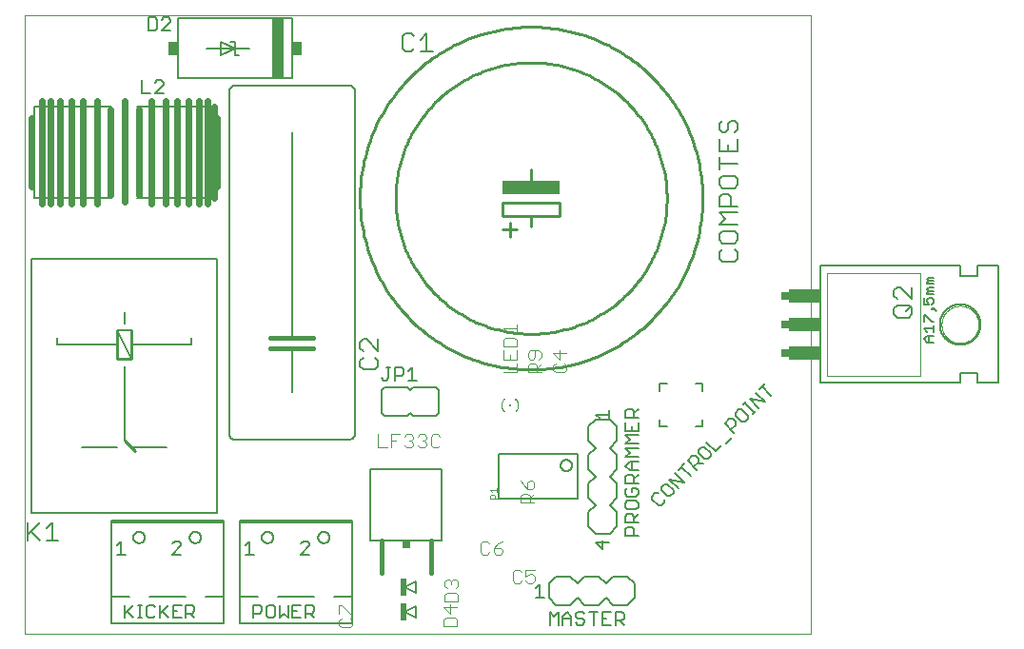
<source format=gto>
G75*
%MOIN*%
%OFA0B0*%
%FSLAX25Y25*%
%IPPOS*%
%LPD*%
%AMOC8*
5,1,8,0,0,1.08239X$1,22.5*
%
%ADD10C,0.00000*%
%ADD11C,0.00600*%
%ADD12C,0.01000*%
%ADD13C,0.00700*%
%ADD14C,0.00400*%
%ADD15C,0.02400*%
%ADD16C,0.00500*%
%ADD17R,0.03500X0.05000*%
%ADD18R,0.04000X0.21000*%
%ADD19C,0.00200*%
%ADD20R,0.02500X0.03000*%
%ADD21R,0.11000X0.05000*%
%ADD22R,0.20000X0.05000*%
%ADD23C,0.01600*%
%ADD24R,0.00787X0.00787*%
%ADD25R,0.00984X0.00591*%
%ADD26R,0.02500X0.02500*%
%ADD27C,0.00800*%
%ADD28R,0.02400X0.06200*%
D10*
X0002474Y0011800D02*
X0002474Y0228335D01*
X0278065Y0228335D01*
X0278065Y0011800D01*
X0002474Y0011800D01*
X0323724Y0120068D02*
X0323726Y0120229D01*
X0323732Y0120389D01*
X0323742Y0120550D01*
X0323756Y0120710D01*
X0323774Y0120870D01*
X0323795Y0121029D01*
X0323821Y0121188D01*
X0323851Y0121346D01*
X0323884Y0121503D01*
X0323922Y0121660D01*
X0323963Y0121815D01*
X0324008Y0121969D01*
X0324057Y0122122D01*
X0324110Y0122274D01*
X0324166Y0122425D01*
X0324227Y0122574D01*
X0324290Y0122722D01*
X0324358Y0122868D01*
X0324429Y0123012D01*
X0324503Y0123154D01*
X0324581Y0123295D01*
X0324663Y0123433D01*
X0324748Y0123570D01*
X0324836Y0123704D01*
X0324928Y0123836D01*
X0325023Y0123966D01*
X0325121Y0124094D01*
X0325222Y0124219D01*
X0325326Y0124341D01*
X0325433Y0124461D01*
X0325543Y0124578D01*
X0325656Y0124693D01*
X0325772Y0124804D01*
X0325891Y0124913D01*
X0326012Y0125018D01*
X0326136Y0125121D01*
X0326262Y0125221D01*
X0326390Y0125317D01*
X0326521Y0125410D01*
X0326655Y0125500D01*
X0326790Y0125587D01*
X0326928Y0125670D01*
X0327067Y0125750D01*
X0327209Y0125826D01*
X0327352Y0125899D01*
X0327497Y0125968D01*
X0327644Y0126034D01*
X0327792Y0126096D01*
X0327942Y0126154D01*
X0328093Y0126209D01*
X0328246Y0126260D01*
X0328400Y0126307D01*
X0328555Y0126350D01*
X0328711Y0126389D01*
X0328867Y0126425D01*
X0329025Y0126456D01*
X0329183Y0126484D01*
X0329342Y0126508D01*
X0329502Y0126528D01*
X0329662Y0126544D01*
X0329822Y0126556D01*
X0329983Y0126564D01*
X0330144Y0126568D01*
X0330304Y0126568D01*
X0330465Y0126564D01*
X0330626Y0126556D01*
X0330786Y0126544D01*
X0330946Y0126528D01*
X0331106Y0126508D01*
X0331265Y0126484D01*
X0331423Y0126456D01*
X0331581Y0126425D01*
X0331737Y0126389D01*
X0331893Y0126350D01*
X0332048Y0126307D01*
X0332202Y0126260D01*
X0332355Y0126209D01*
X0332506Y0126154D01*
X0332656Y0126096D01*
X0332804Y0126034D01*
X0332951Y0125968D01*
X0333096Y0125899D01*
X0333239Y0125826D01*
X0333381Y0125750D01*
X0333520Y0125670D01*
X0333658Y0125587D01*
X0333793Y0125500D01*
X0333927Y0125410D01*
X0334058Y0125317D01*
X0334186Y0125221D01*
X0334312Y0125121D01*
X0334436Y0125018D01*
X0334557Y0124913D01*
X0334676Y0124804D01*
X0334792Y0124693D01*
X0334905Y0124578D01*
X0335015Y0124461D01*
X0335122Y0124341D01*
X0335226Y0124219D01*
X0335327Y0124094D01*
X0335425Y0123966D01*
X0335520Y0123836D01*
X0335612Y0123704D01*
X0335700Y0123570D01*
X0335785Y0123433D01*
X0335867Y0123295D01*
X0335945Y0123154D01*
X0336019Y0123012D01*
X0336090Y0122868D01*
X0336158Y0122722D01*
X0336221Y0122574D01*
X0336282Y0122425D01*
X0336338Y0122274D01*
X0336391Y0122122D01*
X0336440Y0121969D01*
X0336485Y0121815D01*
X0336526Y0121660D01*
X0336564Y0121503D01*
X0336597Y0121346D01*
X0336627Y0121188D01*
X0336653Y0121029D01*
X0336674Y0120870D01*
X0336692Y0120710D01*
X0336706Y0120550D01*
X0336716Y0120389D01*
X0336722Y0120229D01*
X0336724Y0120068D01*
X0336722Y0119907D01*
X0336716Y0119747D01*
X0336706Y0119586D01*
X0336692Y0119426D01*
X0336674Y0119266D01*
X0336653Y0119107D01*
X0336627Y0118948D01*
X0336597Y0118790D01*
X0336564Y0118633D01*
X0336526Y0118476D01*
X0336485Y0118321D01*
X0336440Y0118167D01*
X0336391Y0118014D01*
X0336338Y0117862D01*
X0336282Y0117711D01*
X0336221Y0117562D01*
X0336158Y0117414D01*
X0336090Y0117268D01*
X0336019Y0117124D01*
X0335945Y0116982D01*
X0335867Y0116841D01*
X0335785Y0116703D01*
X0335700Y0116566D01*
X0335612Y0116432D01*
X0335520Y0116300D01*
X0335425Y0116170D01*
X0335327Y0116042D01*
X0335226Y0115917D01*
X0335122Y0115795D01*
X0335015Y0115675D01*
X0334905Y0115558D01*
X0334792Y0115443D01*
X0334676Y0115332D01*
X0334557Y0115223D01*
X0334436Y0115118D01*
X0334312Y0115015D01*
X0334186Y0114915D01*
X0334058Y0114819D01*
X0333927Y0114726D01*
X0333793Y0114636D01*
X0333658Y0114549D01*
X0333520Y0114466D01*
X0333381Y0114386D01*
X0333239Y0114310D01*
X0333096Y0114237D01*
X0332951Y0114168D01*
X0332804Y0114102D01*
X0332656Y0114040D01*
X0332506Y0113982D01*
X0332355Y0113927D01*
X0332202Y0113876D01*
X0332048Y0113829D01*
X0331893Y0113786D01*
X0331737Y0113747D01*
X0331581Y0113711D01*
X0331423Y0113680D01*
X0331265Y0113652D01*
X0331106Y0113628D01*
X0330946Y0113608D01*
X0330786Y0113592D01*
X0330626Y0113580D01*
X0330465Y0113572D01*
X0330304Y0113568D01*
X0330144Y0113568D01*
X0329983Y0113572D01*
X0329822Y0113580D01*
X0329662Y0113592D01*
X0329502Y0113608D01*
X0329342Y0113628D01*
X0329183Y0113652D01*
X0329025Y0113680D01*
X0328867Y0113711D01*
X0328711Y0113747D01*
X0328555Y0113786D01*
X0328400Y0113829D01*
X0328246Y0113876D01*
X0328093Y0113927D01*
X0327942Y0113982D01*
X0327792Y0114040D01*
X0327644Y0114102D01*
X0327497Y0114168D01*
X0327352Y0114237D01*
X0327209Y0114310D01*
X0327067Y0114386D01*
X0326928Y0114466D01*
X0326790Y0114549D01*
X0326655Y0114636D01*
X0326521Y0114726D01*
X0326390Y0114819D01*
X0326262Y0114915D01*
X0326136Y0115015D01*
X0326012Y0115118D01*
X0325891Y0115223D01*
X0325772Y0115332D01*
X0325656Y0115443D01*
X0325543Y0115558D01*
X0325433Y0115675D01*
X0325326Y0115795D01*
X0325222Y0115917D01*
X0325121Y0116042D01*
X0325023Y0116170D01*
X0324928Y0116300D01*
X0324836Y0116432D01*
X0324748Y0116566D01*
X0324663Y0116703D01*
X0324581Y0116841D01*
X0324503Y0116982D01*
X0324429Y0117124D01*
X0324358Y0117268D01*
X0324290Y0117414D01*
X0324227Y0117562D01*
X0324166Y0117711D01*
X0324110Y0117862D01*
X0324057Y0118014D01*
X0324008Y0118167D01*
X0323963Y0118321D01*
X0323922Y0118476D01*
X0323884Y0118633D01*
X0323851Y0118790D01*
X0323821Y0118948D01*
X0323795Y0119107D01*
X0323774Y0119266D01*
X0323756Y0119426D01*
X0323742Y0119586D01*
X0323732Y0119747D01*
X0323726Y0119907D01*
X0323724Y0120068D01*
D11*
X0252174Y0143168D02*
X0251107Y0142100D01*
X0246836Y0142100D01*
X0245769Y0143168D01*
X0245769Y0145303D01*
X0246836Y0146370D01*
X0246836Y0148545D02*
X0251107Y0148545D01*
X0252174Y0149613D01*
X0252174Y0151748D01*
X0251107Y0152816D01*
X0246836Y0152816D01*
X0245769Y0151748D01*
X0245769Y0149613D01*
X0246836Y0148545D01*
X0251107Y0146370D02*
X0252174Y0145303D01*
X0252174Y0143168D01*
X0252174Y0154991D02*
X0245769Y0154991D01*
X0247904Y0157126D01*
X0245769Y0159261D01*
X0252174Y0159261D01*
X0252174Y0161436D02*
X0245769Y0161436D01*
X0245769Y0164639D01*
X0246836Y0165707D01*
X0248972Y0165707D01*
X0250039Y0164639D01*
X0250039Y0161436D01*
X0251107Y0167882D02*
X0246836Y0167882D01*
X0245769Y0168950D01*
X0245769Y0171085D01*
X0246836Y0172152D01*
X0251107Y0172152D01*
X0252174Y0171085D01*
X0252174Y0168950D01*
X0251107Y0167882D01*
X0245769Y0174327D02*
X0245769Y0178598D01*
X0245769Y0176463D02*
X0252174Y0176463D01*
X0252174Y0180773D02*
X0245769Y0180773D01*
X0245769Y0185043D01*
X0246836Y0187218D02*
X0247904Y0187218D01*
X0248972Y0188286D01*
X0248972Y0190421D01*
X0250039Y0191489D01*
X0251107Y0191489D01*
X0252174Y0190421D01*
X0252174Y0188286D01*
X0251107Y0187218D01*
X0252174Y0185043D02*
X0252174Y0180773D01*
X0248972Y0180773D02*
X0248972Y0182908D01*
X0246836Y0187218D02*
X0245769Y0188286D01*
X0245769Y0190421D01*
X0246836Y0191489D01*
X0118224Y0201800D02*
X0118224Y0081800D01*
X0118222Y0081713D01*
X0118216Y0081626D01*
X0118207Y0081539D01*
X0118194Y0081453D01*
X0118177Y0081367D01*
X0118156Y0081282D01*
X0118131Y0081199D01*
X0118103Y0081116D01*
X0118072Y0081035D01*
X0118037Y0080955D01*
X0117998Y0080877D01*
X0117956Y0080800D01*
X0117911Y0080725D01*
X0117862Y0080653D01*
X0117811Y0080582D01*
X0117756Y0080514D01*
X0117699Y0080449D01*
X0117638Y0080386D01*
X0117575Y0080325D01*
X0117510Y0080268D01*
X0117442Y0080213D01*
X0117371Y0080162D01*
X0117299Y0080113D01*
X0117224Y0080068D01*
X0117147Y0080026D01*
X0117069Y0079987D01*
X0116989Y0079952D01*
X0116908Y0079921D01*
X0116825Y0079893D01*
X0116742Y0079868D01*
X0116657Y0079847D01*
X0116571Y0079830D01*
X0116485Y0079817D01*
X0116398Y0079808D01*
X0116311Y0079802D01*
X0116224Y0079800D01*
X0076224Y0079800D01*
X0076137Y0079802D01*
X0076050Y0079808D01*
X0075963Y0079817D01*
X0075877Y0079830D01*
X0075791Y0079847D01*
X0075706Y0079868D01*
X0075623Y0079893D01*
X0075540Y0079921D01*
X0075459Y0079952D01*
X0075379Y0079987D01*
X0075301Y0080026D01*
X0075224Y0080068D01*
X0075149Y0080113D01*
X0075077Y0080162D01*
X0075006Y0080213D01*
X0074938Y0080268D01*
X0074873Y0080325D01*
X0074810Y0080386D01*
X0074749Y0080449D01*
X0074692Y0080514D01*
X0074637Y0080582D01*
X0074586Y0080653D01*
X0074537Y0080725D01*
X0074492Y0080800D01*
X0074450Y0080877D01*
X0074411Y0080955D01*
X0074376Y0081035D01*
X0074345Y0081116D01*
X0074317Y0081199D01*
X0074292Y0081282D01*
X0074271Y0081367D01*
X0074254Y0081453D01*
X0074241Y0081539D01*
X0074232Y0081626D01*
X0074226Y0081713D01*
X0074224Y0081800D01*
X0074224Y0201800D01*
X0074226Y0201887D01*
X0074232Y0201974D01*
X0074241Y0202061D01*
X0074254Y0202147D01*
X0074271Y0202233D01*
X0074292Y0202318D01*
X0074317Y0202401D01*
X0074345Y0202484D01*
X0074376Y0202565D01*
X0074411Y0202645D01*
X0074450Y0202723D01*
X0074492Y0202800D01*
X0074537Y0202875D01*
X0074586Y0202947D01*
X0074637Y0203018D01*
X0074692Y0203086D01*
X0074749Y0203151D01*
X0074810Y0203214D01*
X0074873Y0203275D01*
X0074938Y0203332D01*
X0075006Y0203387D01*
X0075077Y0203438D01*
X0075149Y0203487D01*
X0075224Y0203532D01*
X0075301Y0203574D01*
X0075379Y0203613D01*
X0075459Y0203648D01*
X0075540Y0203679D01*
X0075623Y0203707D01*
X0075706Y0203732D01*
X0075791Y0203753D01*
X0075877Y0203770D01*
X0075963Y0203783D01*
X0076050Y0203792D01*
X0076137Y0203798D01*
X0076224Y0203800D01*
X0116224Y0203800D01*
X0116311Y0203798D01*
X0116398Y0203792D01*
X0116485Y0203783D01*
X0116571Y0203770D01*
X0116657Y0203753D01*
X0116742Y0203732D01*
X0116825Y0203707D01*
X0116908Y0203679D01*
X0116989Y0203648D01*
X0117069Y0203613D01*
X0117147Y0203574D01*
X0117224Y0203532D01*
X0117299Y0203487D01*
X0117371Y0203438D01*
X0117442Y0203387D01*
X0117510Y0203332D01*
X0117575Y0203275D01*
X0117638Y0203214D01*
X0117699Y0203151D01*
X0117756Y0203086D01*
X0117811Y0203018D01*
X0117862Y0202947D01*
X0117911Y0202875D01*
X0117956Y0202800D01*
X0117998Y0202723D01*
X0118037Y0202645D01*
X0118072Y0202565D01*
X0118103Y0202484D01*
X0118131Y0202401D01*
X0118156Y0202318D01*
X0118177Y0202233D01*
X0118194Y0202147D01*
X0118207Y0202061D01*
X0118216Y0201974D01*
X0118222Y0201887D01*
X0118224Y0201800D01*
X0096224Y0206300D02*
X0056224Y0206300D01*
X0056224Y0227300D01*
X0096224Y0227300D01*
X0096224Y0206300D01*
X0081224Y0216800D02*
X0076224Y0216800D01*
X0076224Y0214500D01*
X0077724Y0214500D01*
X0076224Y0216800D02*
X0076224Y0219100D01*
X0074724Y0219100D01*
X0076224Y0216800D02*
X0066224Y0216800D01*
X0071224Y0214500D02*
X0071224Y0219100D01*
X0076224Y0216800D01*
X0071224Y0214500D01*
X0068974Y0196550D02*
X0041974Y0196550D01*
X0032974Y0196550D02*
X0005974Y0196550D01*
X0005974Y0164550D01*
X0032974Y0164550D01*
X0041974Y0164550D02*
X0068974Y0164550D01*
X0069974Y0143050D02*
X0004974Y0143050D01*
X0004974Y0054050D01*
X0069974Y0054050D01*
X0069974Y0143050D01*
X0037474Y0124550D02*
X0037474Y0120550D01*
X0034974Y0118050D02*
X0039974Y0108050D01*
X0037474Y0105550D02*
X0037474Y0079550D01*
X0034974Y0077050D02*
X0022674Y0077050D01*
X0039974Y0077050D02*
X0052174Y0077050D01*
X0032833Y0051501D02*
X0032833Y0050702D01*
X0072132Y0050702D01*
X0072132Y0024702D01*
X0072132Y0015300D01*
X0032833Y0015300D01*
X0032833Y0024702D01*
X0032833Y0050702D01*
X0032833Y0051501D02*
X0072132Y0051501D01*
X0072132Y0050702D01*
X0077833Y0050702D02*
X0077833Y0051501D01*
X0117132Y0051501D01*
X0117132Y0050702D01*
X0117132Y0024702D01*
X0117132Y0015300D01*
X0077833Y0015300D01*
X0077833Y0024702D01*
X0077833Y0050702D01*
X0117132Y0050702D01*
X0105332Y0045500D02*
X0105334Y0045589D01*
X0105340Y0045678D01*
X0105350Y0045767D01*
X0105364Y0045855D01*
X0105381Y0045942D01*
X0105403Y0046028D01*
X0105429Y0046114D01*
X0105458Y0046198D01*
X0105491Y0046281D01*
X0105527Y0046362D01*
X0105568Y0046442D01*
X0105611Y0046519D01*
X0105658Y0046595D01*
X0105709Y0046668D01*
X0105762Y0046739D01*
X0105819Y0046808D01*
X0105879Y0046874D01*
X0105942Y0046938D01*
X0106007Y0046998D01*
X0106075Y0047056D01*
X0106146Y0047110D01*
X0106219Y0047161D01*
X0106294Y0047209D01*
X0106371Y0047254D01*
X0106450Y0047295D01*
X0106531Y0047332D01*
X0106613Y0047366D01*
X0106697Y0047397D01*
X0106782Y0047423D01*
X0106868Y0047446D01*
X0106955Y0047464D01*
X0107043Y0047479D01*
X0107132Y0047490D01*
X0107221Y0047497D01*
X0107310Y0047500D01*
X0107399Y0047499D01*
X0107488Y0047494D01*
X0107576Y0047485D01*
X0107665Y0047472D01*
X0107752Y0047455D01*
X0107839Y0047435D01*
X0107925Y0047410D01*
X0108009Y0047382D01*
X0108092Y0047350D01*
X0108174Y0047314D01*
X0108254Y0047275D01*
X0108332Y0047232D01*
X0108408Y0047186D01*
X0108482Y0047136D01*
X0108554Y0047083D01*
X0108623Y0047027D01*
X0108690Y0046968D01*
X0108754Y0046906D01*
X0108815Y0046842D01*
X0108874Y0046774D01*
X0108929Y0046704D01*
X0108981Y0046632D01*
X0109030Y0046557D01*
X0109075Y0046481D01*
X0109117Y0046402D01*
X0109155Y0046322D01*
X0109190Y0046240D01*
X0109221Y0046156D01*
X0109249Y0046071D01*
X0109272Y0045985D01*
X0109292Y0045898D01*
X0109308Y0045811D01*
X0109320Y0045722D01*
X0109328Y0045634D01*
X0109332Y0045545D01*
X0109332Y0045455D01*
X0109328Y0045366D01*
X0109320Y0045278D01*
X0109308Y0045189D01*
X0109292Y0045102D01*
X0109272Y0045015D01*
X0109249Y0044929D01*
X0109221Y0044844D01*
X0109190Y0044760D01*
X0109155Y0044678D01*
X0109117Y0044598D01*
X0109075Y0044519D01*
X0109030Y0044443D01*
X0108981Y0044368D01*
X0108929Y0044296D01*
X0108874Y0044226D01*
X0108815Y0044158D01*
X0108754Y0044094D01*
X0108690Y0044032D01*
X0108623Y0043973D01*
X0108554Y0043917D01*
X0108482Y0043864D01*
X0108408Y0043814D01*
X0108332Y0043768D01*
X0108254Y0043725D01*
X0108174Y0043686D01*
X0108092Y0043650D01*
X0108009Y0043618D01*
X0107925Y0043590D01*
X0107839Y0043565D01*
X0107752Y0043545D01*
X0107665Y0043528D01*
X0107576Y0043515D01*
X0107488Y0043506D01*
X0107399Y0043501D01*
X0107310Y0043500D01*
X0107221Y0043503D01*
X0107132Y0043510D01*
X0107043Y0043521D01*
X0106955Y0043536D01*
X0106868Y0043554D01*
X0106782Y0043577D01*
X0106697Y0043603D01*
X0106613Y0043634D01*
X0106531Y0043668D01*
X0106450Y0043705D01*
X0106371Y0043746D01*
X0106294Y0043791D01*
X0106219Y0043839D01*
X0106146Y0043890D01*
X0106075Y0043944D01*
X0106007Y0044002D01*
X0105942Y0044062D01*
X0105879Y0044126D01*
X0105819Y0044192D01*
X0105762Y0044261D01*
X0105709Y0044332D01*
X0105658Y0044405D01*
X0105611Y0044481D01*
X0105568Y0044558D01*
X0105527Y0044638D01*
X0105491Y0044719D01*
X0105458Y0044802D01*
X0105429Y0044886D01*
X0105403Y0044972D01*
X0105381Y0045058D01*
X0105364Y0045145D01*
X0105350Y0045233D01*
X0105340Y0045322D01*
X0105334Y0045411D01*
X0105332Y0045500D01*
X0085632Y0045500D02*
X0085634Y0045589D01*
X0085640Y0045678D01*
X0085650Y0045767D01*
X0085664Y0045855D01*
X0085681Y0045942D01*
X0085703Y0046028D01*
X0085729Y0046114D01*
X0085758Y0046198D01*
X0085791Y0046281D01*
X0085827Y0046362D01*
X0085868Y0046442D01*
X0085911Y0046519D01*
X0085958Y0046595D01*
X0086009Y0046668D01*
X0086062Y0046739D01*
X0086119Y0046808D01*
X0086179Y0046874D01*
X0086242Y0046938D01*
X0086307Y0046998D01*
X0086375Y0047056D01*
X0086446Y0047110D01*
X0086519Y0047161D01*
X0086594Y0047209D01*
X0086671Y0047254D01*
X0086750Y0047295D01*
X0086831Y0047332D01*
X0086913Y0047366D01*
X0086997Y0047397D01*
X0087082Y0047423D01*
X0087168Y0047446D01*
X0087255Y0047464D01*
X0087343Y0047479D01*
X0087432Y0047490D01*
X0087521Y0047497D01*
X0087610Y0047500D01*
X0087699Y0047499D01*
X0087788Y0047494D01*
X0087876Y0047485D01*
X0087965Y0047472D01*
X0088052Y0047455D01*
X0088139Y0047435D01*
X0088225Y0047410D01*
X0088309Y0047382D01*
X0088392Y0047350D01*
X0088474Y0047314D01*
X0088554Y0047275D01*
X0088632Y0047232D01*
X0088708Y0047186D01*
X0088782Y0047136D01*
X0088854Y0047083D01*
X0088923Y0047027D01*
X0088990Y0046968D01*
X0089054Y0046906D01*
X0089115Y0046842D01*
X0089174Y0046774D01*
X0089229Y0046704D01*
X0089281Y0046632D01*
X0089330Y0046557D01*
X0089375Y0046481D01*
X0089417Y0046402D01*
X0089455Y0046322D01*
X0089490Y0046240D01*
X0089521Y0046156D01*
X0089549Y0046071D01*
X0089572Y0045985D01*
X0089592Y0045898D01*
X0089608Y0045811D01*
X0089620Y0045722D01*
X0089628Y0045634D01*
X0089632Y0045545D01*
X0089632Y0045455D01*
X0089628Y0045366D01*
X0089620Y0045278D01*
X0089608Y0045189D01*
X0089592Y0045102D01*
X0089572Y0045015D01*
X0089549Y0044929D01*
X0089521Y0044844D01*
X0089490Y0044760D01*
X0089455Y0044678D01*
X0089417Y0044598D01*
X0089375Y0044519D01*
X0089330Y0044443D01*
X0089281Y0044368D01*
X0089229Y0044296D01*
X0089174Y0044226D01*
X0089115Y0044158D01*
X0089054Y0044094D01*
X0088990Y0044032D01*
X0088923Y0043973D01*
X0088854Y0043917D01*
X0088782Y0043864D01*
X0088708Y0043814D01*
X0088632Y0043768D01*
X0088554Y0043725D01*
X0088474Y0043686D01*
X0088392Y0043650D01*
X0088309Y0043618D01*
X0088225Y0043590D01*
X0088139Y0043565D01*
X0088052Y0043545D01*
X0087965Y0043528D01*
X0087876Y0043515D01*
X0087788Y0043506D01*
X0087699Y0043501D01*
X0087610Y0043500D01*
X0087521Y0043503D01*
X0087432Y0043510D01*
X0087343Y0043521D01*
X0087255Y0043536D01*
X0087168Y0043554D01*
X0087082Y0043577D01*
X0086997Y0043603D01*
X0086913Y0043634D01*
X0086831Y0043668D01*
X0086750Y0043705D01*
X0086671Y0043746D01*
X0086594Y0043791D01*
X0086519Y0043839D01*
X0086446Y0043890D01*
X0086375Y0043944D01*
X0086307Y0044002D01*
X0086242Y0044062D01*
X0086179Y0044126D01*
X0086119Y0044192D01*
X0086062Y0044261D01*
X0086009Y0044332D01*
X0085958Y0044405D01*
X0085911Y0044481D01*
X0085868Y0044558D01*
X0085827Y0044638D01*
X0085791Y0044719D01*
X0085758Y0044802D01*
X0085729Y0044886D01*
X0085703Y0044972D01*
X0085681Y0045058D01*
X0085664Y0045145D01*
X0085650Y0045233D01*
X0085640Y0045322D01*
X0085634Y0045411D01*
X0085632Y0045500D01*
X0060332Y0045500D02*
X0060334Y0045589D01*
X0060340Y0045678D01*
X0060350Y0045767D01*
X0060364Y0045855D01*
X0060381Y0045942D01*
X0060403Y0046028D01*
X0060429Y0046114D01*
X0060458Y0046198D01*
X0060491Y0046281D01*
X0060527Y0046362D01*
X0060568Y0046442D01*
X0060611Y0046519D01*
X0060658Y0046595D01*
X0060709Y0046668D01*
X0060762Y0046739D01*
X0060819Y0046808D01*
X0060879Y0046874D01*
X0060942Y0046938D01*
X0061007Y0046998D01*
X0061075Y0047056D01*
X0061146Y0047110D01*
X0061219Y0047161D01*
X0061294Y0047209D01*
X0061371Y0047254D01*
X0061450Y0047295D01*
X0061531Y0047332D01*
X0061613Y0047366D01*
X0061697Y0047397D01*
X0061782Y0047423D01*
X0061868Y0047446D01*
X0061955Y0047464D01*
X0062043Y0047479D01*
X0062132Y0047490D01*
X0062221Y0047497D01*
X0062310Y0047500D01*
X0062399Y0047499D01*
X0062488Y0047494D01*
X0062576Y0047485D01*
X0062665Y0047472D01*
X0062752Y0047455D01*
X0062839Y0047435D01*
X0062925Y0047410D01*
X0063009Y0047382D01*
X0063092Y0047350D01*
X0063174Y0047314D01*
X0063254Y0047275D01*
X0063332Y0047232D01*
X0063408Y0047186D01*
X0063482Y0047136D01*
X0063554Y0047083D01*
X0063623Y0047027D01*
X0063690Y0046968D01*
X0063754Y0046906D01*
X0063815Y0046842D01*
X0063874Y0046774D01*
X0063929Y0046704D01*
X0063981Y0046632D01*
X0064030Y0046557D01*
X0064075Y0046481D01*
X0064117Y0046402D01*
X0064155Y0046322D01*
X0064190Y0046240D01*
X0064221Y0046156D01*
X0064249Y0046071D01*
X0064272Y0045985D01*
X0064292Y0045898D01*
X0064308Y0045811D01*
X0064320Y0045722D01*
X0064328Y0045634D01*
X0064332Y0045545D01*
X0064332Y0045455D01*
X0064328Y0045366D01*
X0064320Y0045278D01*
X0064308Y0045189D01*
X0064292Y0045102D01*
X0064272Y0045015D01*
X0064249Y0044929D01*
X0064221Y0044844D01*
X0064190Y0044760D01*
X0064155Y0044678D01*
X0064117Y0044598D01*
X0064075Y0044519D01*
X0064030Y0044443D01*
X0063981Y0044368D01*
X0063929Y0044296D01*
X0063874Y0044226D01*
X0063815Y0044158D01*
X0063754Y0044094D01*
X0063690Y0044032D01*
X0063623Y0043973D01*
X0063554Y0043917D01*
X0063482Y0043864D01*
X0063408Y0043814D01*
X0063332Y0043768D01*
X0063254Y0043725D01*
X0063174Y0043686D01*
X0063092Y0043650D01*
X0063009Y0043618D01*
X0062925Y0043590D01*
X0062839Y0043565D01*
X0062752Y0043545D01*
X0062665Y0043528D01*
X0062576Y0043515D01*
X0062488Y0043506D01*
X0062399Y0043501D01*
X0062310Y0043500D01*
X0062221Y0043503D01*
X0062132Y0043510D01*
X0062043Y0043521D01*
X0061955Y0043536D01*
X0061868Y0043554D01*
X0061782Y0043577D01*
X0061697Y0043603D01*
X0061613Y0043634D01*
X0061531Y0043668D01*
X0061450Y0043705D01*
X0061371Y0043746D01*
X0061294Y0043791D01*
X0061219Y0043839D01*
X0061146Y0043890D01*
X0061075Y0043944D01*
X0061007Y0044002D01*
X0060942Y0044062D01*
X0060879Y0044126D01*
X0060819Y0044192D01*
X0060762Y0044261D01*
X0060709Y0044332D01*
X0060658Y0044405D01*
X0060611Y0044481D01*
X0060568Y0044558D01*
X0060527Y0044638D01*
X0060491Y0044719D01*
X0060458Y0044802D01*
X0060429Y0044886D01*
X0060403Y0044972D01*
X0060381Y0045058D01*
X0060364Y0045145D01*
X0060350Y0045233D01*
X0060340Y0045322D01*
X0060334Y0045411D01*
X0060332Y0045500D01*
X0040632Y0045500D02*
X0040634Y0045589D01*
X0040640Y0045678D01*
X0040650Y0045767D01*
X0040664Y0045855D01*
X0040681Y0045942D01*
X0040703Y0046028D01*
X0040729Y0046114D01*
X0040758Y0046198D01*
X0040791Y0046281D01*
X0040827Y0046362D01*
X0040868Y0046442D01*
X0040911Y0046519D01*
X0040958Y0046595D01*
X0041009Y0046668D01*
X0041062Y0046739D01*
X0041119Y0046808D01*
X0041179Y0046874D01*
X0041242Y0046938D01*
X0041307Y0046998D01*
X0041375Y0047056D01*
X0041446Y0047110D01*
X0041519Y0047161D01*
X0041594Y0047209D01*
X0041671Y0047254D01*
X0041750Y0047295D01*
X0041831Y0047332D01*
X0041913Y0047366D01*
X0041997Y0047397D01*
X0042082Y0047423D01*
X0042168Y0047446D01*
X0042255Y0047464D01*
X0042343Y0047479D01*
X0042432Y0047490D01*
X0042521Y0047497D01*
X0042610Y0047500D01*
X0042699Y0047499D01*
X0042788Y0047494D01*
X0042876Y0047485D01*
X0042965Y0047472D01*
X0043052Y0047455D01*
X0043139Y0047435D01*
X0043225Y0047410D01*
X0043309Y0047382D01*
X0043392Y0047350D01*
X0043474Y0047314D01*
X0043554Y0047275D01*
X0043632Y0047232D01*
X0043708Y0047186D01*
X0043782Y0047136D01*
X0043854Y0047083D01*
X0043923Y0047027D01*
X0043990Y0046968D01*
X0044054Y0046906D01*
X0044115Y0046842D01*
X0044174Y0046774D01*
X0044229Y0046704D01*
X0044281Y0046632D01*
X0044330Y0046557D01*
X0044375Y0046481D01*
X0044417Y0046402D01*
X0044455Y0046322D01*
X0044490Y0046240D01*
X0044521Y0046156D01*
X0044549Y0046071D01*
X0044572Y0045985D01*
X0044592Y0045898D01*
X0044608Y0045811D01*
X0044620Y0045722D01*
X0044628Y0045634D01*
X0044632Y0045545D01*
X0044632Y0045455D01*
X0044628Y0045366D01*
X0044620Y0045278D01*
X0044608Y0045189D01*
X0044592Y0045102D01*
X0044572Y0045015D01*
X0044549Y0044929D01*
X0044521Y0044844D01*
X0044490Y0044760D01*
X0044455Y0044678D01*
X0044417Y0044598D01*
X0044375Y0044519D01*
X0044330Y0044443D01*
X0044281Y0044368D01*
X0044229Y0044296D01*
X0044174Y0044226D01*
X0044115Y0044158D01*
X0044054Y0044094D01*
X0043990Y0044032D01*
X0043923Y0043973D01*
X0043854Y0043917D01*
X0043782Y0043864D01*
X0043708Y0043814D01*
X0043632Y0043768D01*
X0043554Y0043725D01*
X0043474Y0043686D01*
X0043392Y0043650D01*
X0043309Y0043618D01*
X0043225Y0043590D01*
X0043139Y0043565D01*
X0043052Y0043545D01*
X0042965Y0043528D01*
X0042876Y0043515D01*
X0042788Y0043506D01*
X0042699Y0043501D01*
X0042610Y0043500D01*
X0042521Y0043503D01*
X0042432Y0043510D01*
X0042343Y0043521D01*
X0042255Y0043536D01*
X0042168Y0043554D01*
X0042082Y0043577D01*
X0041997Y0043603D01*
X0041913Y0043634D01*
X0041831Y0043668D01*
X0041750Y0043705D01*
X0041671Y0043746D01*
X0041594Y0043791D01*
X0041519Y0043839D01*
X0041446Y0043890D01*
X0041375Y0043944D01*
X0041307Y0044002D01*
X0041242Y0044062D01*
X0041179Y0044126D01*
X0041119Y0044192D01*
X0041062Y0044261D01*
X0041009Y0044332D01*
X0040958Y0044405D01*
X0040911Y0044481D01*
X0040868Y0044558D01*
X0040827Y0044638D01*
X0040791Y0044719D01*
X0040758Y0044802D01*
X0040729Y0044886D01*
X0040703Y0044972D01*
X0040681Y0045058D01*
X0040664Y0045145D01*
X0040650Y0045233D01*
X0040640Y0045322D01*
X0040634Y0045411D01*
X0040632Y0045500D01*
X0039132Y0024702D02*
X0032833Y0024702D01*
X0046132Y0024702D02*
X0058833Y0024702D01*
X0065833Y0024702D02*
X0072132Y0024702D01*
X0077833Y0024702D02*
X0084132Y0024702D01*
X0091132Y0024702D02*
X0103833Y0024702D01*
X0110833Y0024702D02*
X0117132Y0024702D01*
X0186224Y0024300D02*
X0188724Y0021800D01*
X0193724Y0021800D01*
X0196224Y0024300D01*
X0198724Y0021800D01*
X0203724Y0021800D01*
X0206224Y0024300D01*
X0208724Y0021800D01*
X0213724Y0021800D01*
X0216224Y0024300D01*
X0216224Y0029300D01*
X0213724Y0031800D01*
X0208724Y0031800D01*
X0206224Y0029300D01*
X0203724Y0031800D01*
X0198724Y0031800D01*
X0196224Y0029300D01*
X0193724Y0031800D01*
X0188724Y0031800D01*
X0186224Y0029300D01*
X0186224Y0024300D01*
X0202474Y0046800D02*
X0199974Y0049300D01*
X0199974Y0054300D01*
X0202474Y0056800D01*
X0199974Y0059300D01*
X0199974Y0064300D01*
X0202474Y0066800D01*
X0199974Y0069300D01*
X0199974Y0074300D01*
X0202474Y0076800D01*
X0199974Y0079300D01*
X0199974Y0084300D01*
X0202474Y0086800D01*
X0207474Y0086800D01*
X0209974Y0084300D01*
X0209974Y0079300D01*
X0207474Y0076800D01*
X0209974Y0074300D01*
X0209974Y0069300D01*
X0207474Y0066800D01*
X0209974Y0064300D01*
X0209974Y0059300D01*
X0207474Y0056800D01*
X0209974Y0054300D01*
X0209974Y0049300D01*
X0207474Y0046800D01*
X0202474Y0046800D01*
X0224974Y0084300D02*
X0224974Y0086800D01*
X0224974Y0084300D02*
X0227474Y0084300D01*
X0237474Y0084300D02*
X0239974Y0084300D01*
X0239974Y0086800D01*
X0239974Y0096800D02*
X0239974Y0099300D01*
X0237474Y0099300D01*
X0227474Y0099300D02*
X0224974Y0099300D01*
X0224974Y0096800D01*
X0147474Y0097050D02*
X0147474Y0089050D01*
X0146474Y0088050D01*
X0138474Y0088050D01*
X0137474Y0089050D01*
X0136474Y0088050D01*
X0128474Y0088050D01*
X0127474Y0089050D01*
X0127474Y0097050D01*
X0128474Y0098050D01*
X0136474Y0098050D01*
X0137474Y0097050D01*
X0138474Y0098050D01*
X0146474Y0098050D01*
X0147474Y0097050D01*
X0096224Y0096300D02*
X0096224Y0111800D01*
X0096224Y0115300D02*
X0096224Y0187300D01*
X0039974Y0118050D02*
X0034974Y0118050D01*
X0034974Y0113050D02*
X0013974Y0113050D01*
X0013974Y0115550D01*
X0039974Y0113050D02*
X0060974Y0113050D01*
X0060974Y0115550D01*
D12*
X0039974Y0113050D02*
X0039974Y0108050D01*
X0034974Y0108050D01*
X0034974Y0113050D01*
X0034974Y0118050D01*
X0039974Y0118050D02*
X0039974Y0113050D01*
X0037474Y0079550D02*
X0039974Y0077050D01*
X0041174Y0075750D01*
X0169974Y0153300D02*
X0174974Y0153300D01*
X0172474Y0155800D02*
X0172474Y0150800D01*
X0179974Y0154300D02*
X0179974Y0158100D01*
X0189974Y0158100D01*
X0189974Y0162600D01*
X0169974Y0162600D01*
X0169974Y0158100D01*
X0179974Y0158100D01*
X0132474Y0164300D02*
X0132488Y0165466D01*
X0132531Y0166631D01*
X0132603Y0167794D01*
X0132703Y0168956D01*
X0132831Y0170115D01*
X0132988Y0171270D01*
X0133173Y0172421D01*
X0133387Y0173567D01*
X0133628Y0174707D01*
X0133898Y0175842D01*
X0134195Y0176969D01*
X0134519Y0178089D01*
X0134871Y0179200D01*
X0135251Y0180302D01*
X0135657Y0181395D01*
X0136090Y0182477D01*
X0136549Y0183549D01*
X0137035Y0184609D01*
X0137546Y0185657D01*
X0138083Y0186691D01*
X0138645Y0187713D01*
X0139232Y0188720D01*
X0139843Y0189712D01*
X0140479Y0190690D01*
X0141139Y0191651D01*
X0141822Y0192596D01*
X0142528Y0193524D01*
X0143256Y0194434D01*
X0144007Y0195326D01*
X0144779Y0196199D01*
X0145572Y0197053D01*
X0146386Y0197888D01*
X0147221Y0198702D01*
X0148075Y0199495D01*
X0148948Y0200267D01*
X0149840Y0201018D01*
X0150750Y0201746D01*
X0151678Y0202452D01*
X0152623Y0203135D01*
X0153584Y0203795D01*
X0154562Y0204431D01*
X0155554Y0205042D01*
X0156561Y0205629D01*
X0157583Y0206191D01*
X0158617Y0206728D01*
X0159665Y0207239D01*
X0160725Y0207725D01*
X0161797Y0208184D01*
X0162879Y0208617D01*
X0163972Y0209023D01*
X0165074Y0209403D01*
X0166185Y0209755D01*
X0167305Y0210079D01*
X0168432Y0210376D01*
X0169567Y0210646D01*
X0170707Y0210887D01*
X0171853Y0211101D01*
X0173004Y0211286D01*
X0174159Y0211443D01*
X0175318Y0211571D01*
X0176480Y0211671D01*
X0177643Y0211743D01*
X0178808Y0211786D01*
X0179974Y0211800D01*
X0181140Y0211786D01*
X0182305Y0211743D01*
X0183468Y0211671D01*
X0184630Y0211571D01*
X0185789Y0211443D01*
X0186944Y0211286D01*
X0188095Y0211101D01*
X0189241Y0210887D01*
X0190381Y0210646D01*
X0191516Y0210376D01*
X0192643Y0210079D01*
X0193763Y0209755D01*
X0194874Y0209403D01*
X0195976Y0209023D01*
X0197069Y0208617D01*
X0198151Y0208184D01*
X0199223Y0207725D01*
X0200283Y0207239D01*
X0201331Y0206728D01*
X0202365Y0206191D01*
X0203387Y0205629D01*
X0204394Y0205042D01*
X0205386Y0204431D01*
X0206364Y0203795D01*
X0207325Y0203135D01*
X0208270Y0202452D01*
X0209198Y0201746D01*
X0210108Y0201018D01*
X0211000Y0200267D01*
X0211873Y0199495D01*
X0212727Y0198702D01*
X0213562Y0197888D01*
X0214376Y0197053D01*
X0215169Y0196199D01*
X0215941Y0195326D01*
X0216692Y0194434D01*
X0217420Y0193524D01*
X0218126Y0192596D01*
X0218809Y0191651D01*
X0219469Y0190690D01*
X0220105Y0189712D01*
X0220716Y0188720D01*
X0221303Y0187713D01*
X0221865Y0186691D01*
X0222402Y0185657D01*
X0222913Y0184609D01*
X0223399Y0183549D01*
X0223858Y0182477D01*
X0224291Y0181395D01*
X0224697Y0180302D01*
X0225077Y0179200D01*
X0225429Y0178089D01*
X0225753Y0176969D01*
X0226050Y0175842D01*
X0226320Y0174707D01*
X0226561Y0173567D01*
X0226775Y0172421D01*
X0226960Y0171270D01*
X0227117Y0170115D01*
X0227245Y0168956D01*
X0227345Y0167794D01*
X0227417Y0166631D01*
X0227460Y0165466D01*
X0227474Y0164300D01*
X0227460Y0163134D01*
X0227417Y0161969D01*
X0227345Y0160806D01*
X0227245Y0159644D01*
X0227117Y0158485D01*
X0226960Y0157330D01*
X0226775Y0156179D01*
X0226561Y0155033D01*
X0226320Y0153893D01*
X0226050Y0152758D01*
X0225753Y0151631D01*
X0225429Y0150511D01*
X0225077Y0149400D01*
X0224697Y0148298D01*
X0224291Y0147205D01*
X0223858Y0146123D01*
X0223399Y0145051D01*
X0222913Y0143991D01*
X0222402Y0142943D01*
X0221865Y0141909D01*
X0221303Y0140887D01*
X0220716Y0139880D01*
X0220105Y0138888D01*
X0219469Y0137910D01*
X0218809Y0136949D01*
X0218126Y0136004D01*
X0217420Y0135076D01*
X0216692Y0134166D01*
X0215941Y0133274D01*
X0215169Y0132401D01*
X0214376Y0131547D01*
X0213562Y0130712D01*
X0212727Y0129898D01*
X0211873Y0129105D01*
X0211000Y0128333D01*
X0210108Y0127582D01*
X0209198Y0126854D01*
X0208270Y0126148D01*
X0207325Y0125465D01*
X0206364Y0124805D01*
X0205386Y0124169D01*
X0204394Y0123558D01*
X0203387Y0122971D01*
X0202365Y0122409D01*
X0201331Y0121872D01*
X0200283Y0121361D01*
X0199223Y0120875D01*
X0198151Y0120416D01*
X0197069Y0119983D01*
X0195976Y0119577D01*
X0194874Y0119197D01*
X0193763Y0118845D01*
X0192643Y0118521D01*
X0191516Y0118224D01*
X0190381Y0117954D01*
X0189241Y0117713D01*
X0188095Y0117499D01*
X0186944Y0117314D01*
X0185789Y0117157D01*
X0184630Y0117029D01*
X0183468Y0116929D01*
X0182305Y0116857D01*
X0181140Y0116814D01*
X0179974Y0116800D01*
X0178808Y0116814D01*
X0177643Y0116857D01*
X0176480Y0116929D01*
X0175318Y0117029D01*
X0174159Y0117157D01*
X0173004Y0117314D01*
X0171853Y0117499D01*
X0170707Y0117713D01*
X0169567Y0117954D01*
X0168432Y0118224D01*
X0167305Y0118521D01*
X0166185Y0118845D01*
X0165074Y0119197D01*
X0163972Y0119577D01*
X0162879Y0119983D01*
X0161797Y0120416D01*
X0160725Y0120875D01*
X0159665Y0121361D01*
X0158617Y0121872D01*
X0157583Y0122409D01*
X0156561Y0122971D01*
X0155554Y0123558D01*
X0154562Y0124169D01*
X0153584Y0124805D01*
X0152623Y0125465D01*
X0151678Y0126148D01*
X0150750Y0126854D01*
X0149840Y0127582D01*
X0148948Y0128333D01*
X0148075Y0129105D01*
X0147221Y0129898D01*
X0146386Y0130712D01*
X0145572Y0131547D01*
X0144779Y0132401D01*
X0144007Y0133274D01*
X0143256Y0134166D01*
X0142528Y0135076D01*
X0141822Y0136004D01*
X0141139Y0136949D01*
X0140479Y0137910D01*
X0139843Y0138888D01*
X0139232Y0139880D01*
X0138645Y0140887D01*
X0138083Y0141909D01*
X0137546Y0142943D01*
X0137035Y0143991D01*
X0136549Y0145051D01*
X0136090Y0146123D01*
X0135657Y0147205D01*
X0135251Y0148298D01*
X0134871Y0149400D01*
X0134519Y0150511D01*
X0134195Y0151631D01*
X0133898Y0152758D01*
X0133628Y0153893D01*
X0133387Y0155033D01*
X0133173Y0156179D01*
X0132988Y0157330D01*
X0132831Y0158485D01*
X0132703Y0159644D01*
X0132603Y0160806D01*
X0132531Y0161969D01*
X0132488Y0163134D01*
X0132474Y0164300D01*
X0119974Y0164300D02*
X0119992Y0165772D01*
X0120046Y0167244D01*
X0120137Y0168714D01*
X0120263Y0170181D01*
X0120425Y0171645D01*
X0120623Y0173104D01*
X0120857Y0174558D01*
X0121127Y0176005D01*
X0121432Y0177446D01*
X0121772Y0178879D01*
X0122147Y0180303D01*
X0122558Y0181717D01*
X0123002Y0183121D01*
X0123481Y0184513D01*
X0123994Y0185894D01*
X0124541Y0187261D01*
X0125121Y0188614D01*
X0125735Y0189953D01*
X0126381Y0191277D01*
X0127059Y0192584D01*
X0127769Y0193874D01*
X0128510Y0195146D01*
X0129283Y0196400D01*
X0130086Y0197634D01*
X0130919Y0198848D01*
X0131782Y0200042D01*
X0132673Y0201214D01*
X0133593Y0202364D01*
X0134541Y0203490D01*
X0135517Y0204594D01*
X0136519Y0205672D01*
X0137548Y0206726D01*
X0138602Y0207755D01*
X0139680Y0208757D01*
X0140784Y0209733D01*
X0141910Y0210681D01*
X0143060Y0211601D01*
X0144232Y0212492D01*
X0145426Y0213355D01*
X0146640Y0214188D01*
X0147874Y0214991D01*
X0149128Y0215764D01*
X0150400Y0216505D01*
X0151690Y0217215D01*
X0152997Y0217893D01*
X0154321Y0218539D01*
X0155660Y0219153D01*
X0157013Y0219733D01*
X0158380Y0220280D01*
X0159761Y0220793D01*
X0161153Y0221272D01*
X0162557Y0221716D01*
X0163971Y0222127D01*
X0165395Y0222502D01*
X0166828Y0222842D01*
X0168269Y0223147D01*
X0169716Y0223417D01*
X0171170Y0223651D01*
X0172629Y0223849D01*
X0174093Y0224011D01*
X0175560Y0224137D01*
X0177030Y0224228D01*
X0178502Y0224282D01*
X0179974Y0224300D01*
X0181446Y0224282D01*
X0182918Y0224228D01*
X0184388Y0224137D01*
X0185855Y0224011D01*
X0187319Y0223849D01*
X0188778Y0223651D01*
X0190232Y0223417D01*
X0191679Y0223147D01*
X0193120Y0222842D01*
X0194553Y0222502D01*
X0195977Y0222127D01*
X0197391Y0221716D01*
X0198795Y0221272D01*
X0200187Y0220793D01*
X0201568Y0220280D01*
X0202935Y0219733D01*
X0204288Y0219153D01*
X0205627Y0218539D01*
X0206951Y0217893D01*
X0208258Y0217215D01*
X0209548Y0216505D01*
X0210820Y0215764D01*
X0212074Y0214991D01*
X0213308Y0214188D01*
X0214522Y0213355D01*
X0215716Y0212492D01*
X0216888Y0211601D01*
X0218038Y0210681D01*
X0219164Y0209733D01*
X0220268Y0208757D01*
X0221346Y0207755D01*
X0222400Y0206726D01*
X0223429Y0205672D01*
X0224431Y0204594D01*
X0225407Y0203490D01*
X0226355Y0202364D01*
X0227275Y0201214D01*
X0228166Y0200042D01*
X0229029Y0198848D01*
X0229862Y0197634D01*
X0230665Y0196400D01*
X0231438Y0195146D01*
X0232179Y0193874D01*
X0232889Y0192584D01*
X0233567Y0191277D01*
X0234213Y0189953D01*
X0234827Y0188614D01*
X0235407Y0187261D01*
X0235954Y0185894D01*
X0236467Y0184513D01*
X0236946Y0183121D01*
X0237390Y0181717D01*
X0237801Y0180303D01*
X0238176Y0178879D01*
X0238516Y0177446D01*
X0238821Y0176005D01*
X0239091Y0174558D01*
X0239325Y0173104D01*
X0239523Y0171645D01*
X0239685Y0170181D01*
X0239811Y0168714D01*
X0239902Y0167244D01*
X0239956Y0165772D01*
X0239974Y0164300D01*
X0239956Y0162828D01*
X0239902Y0161356D01*
X0239811Y0159886D01*
X0239685Y0158419D01*
X0239523Y0156955D01*
X0239325Y0155496D01*
X0239091Y0154042D01*
X0238821Y0152595D01*
X0238516Y0151154D01*
X0238176Y0149721D01*
X0237801Y0148297D01*
X0237390Y0146883D01*
X0236946Y0145479D01*
X0236467Y0144087D01*
X0235954Y0142706D01*
X0235407Y0141339D01*
X0234827Y0139986D01*
X0234213Y0138647D01*
X0233567Y0137323D01*
X0232889Y0136016D01*
X0232179Y0134726D01*
X0231438Y0133454D01*
X0230665Y0132200D01*
X0229862Y0130966D01*
X0229029Y0129752D01*
X0228166Y0128558D01*
X0227275Y0127386D01*
X0226355Y0126236D01*
X0225407Y0125110D01*
X0224431Y0124006D01*
X0223429Y0122928D01*
X0222400Y0121874D01*
X0221346Y0120845D01*
X0220268Y0119843D01*
X0219164Y0118867D01*
X0218038Y0117919D01*
X0216888Y0116999D01*
X0215716Y0116108D01*
X0214522Y0115245D01*
X0213308Y0114412D01*
X0212074Y0113609D01*
X0210820Y0112836D01*
X0209548Y0112095D01*
X0208258Y0111385D01*
X0206951Y0110707D01*
X0205627Y0110061D01*
X0204288Y0109447D01*
X0202935Y0108867D01*
X0201568Y0108320D01*
X0200187Y0107807D01*
X0198795Y0107328D01*
X0197391Y0106884D01*
X0195977Y0106473D01*
X0194553Y0106098D01*
X0193120Y0105758D01*
X0191679Y0105453D01*
X0190232Y0105183D01*
X0188778Y0104949D01*
X0187319Y0104751D01*
X0185855Y0104589D01*
X0184388Y0104463D01*
X0182918Y0104372D01*
X0181446Y0104318D01*
X0179974Y0104300D01*
X0178502Y0104318D01*
X0177030Y0104372D01*
X0175560Y0104463D01*
X0174093Y0104589D01*
X0172629Y0104751D01*
X0171170Y0104949D01*
X0169716Y0105183D01*
X0168269Y0105453D01*
X0166828Y0105758D01*
X0165395Y0106098D01*
X0163971Y0106473D01*
X0162557Y0106884D01*
X0161153Y0107328D01*
X0159761Y0107807D01*
X0158380Y0108320D01*
X0157013Y0108867D01*
X0155660Y0109447D01*
X0154321Y0110061D01*
X0152997Y0110707D01*
X0151690Y0111385D01*
X0150400Y0112095D01*
X0149128Y0112836D01*
X0147874Y0113609D01*
X0146640Y0114412D01*
X0145426Y0115245D01*
X0144232Y0116108D01*
X0143060Y0116999D01*
X0141910Y0117919D01*
X0140784Y0118867D01*
X0139680Y0119843D01*
X0138602Y0120845D01*
X0137548Y0121874D01*
X0136519Y0122928D01*
X0135517Y0124006D01*
X0134541Y0125110D01*
X0133593Y0126236D01*
X0132673Y0127386D01*
X0131782Y0128558D01*
X0130919Y0129752D01*
X0130086Y0130966D01*
X0129283Y0132200D01*
X0128510Y0133454D01*
X0127769Y0134726D01*
X0127059Y0136016D01*
X0126381Y0137323D01*
X0125735Y0138647D01*
X0125121Y0139986D01*
X0124541Y0141339D01*
X0123994Y0142706D01*
X0123481Y0144087D01*
X0123002Y0145479D01*
X0122558Y0146883D01*
X0122147Y0148297D01*
X0121772Y0149721D01*
X0121432Y0151154D01*
X0121127Y0152595D01*
X0120857Y0154042D01*
X0120623Y0155496D01*
X0120425Y0156955D01*
X0120263Y0158419D01*
X0120137Y0159886D01*
X0120046Y0161356D01*
X0119992Y0162828D01*
X0119974Y0164300D01*
X0179974Y0166800D02*
X0179974Y0174300D01*
D13*
X0145482Y0215650D02*
X0141279Y0215650D01*
X0143381Y0215650D02*
X0143381Y0221955D01*
X0141279Y0219854D01*
X0139037Y0220904D02*
X0137986Y0221955D01*
X0135884Y0221955D01*
X0134833Y0220904D01*
X0134833Y0216701D01*
X0135884Y0215650D01*
X0137986Y0215650D01*
X0139037Y0216701D01*
X0126374Y0114908D02*
X0126374Y0110704D01*
X0122171Y0114908D01*
X0121120Y0114908D01*
X0120069Y0113857D01*
X0120069Y0111755D01*
X0121120Y0110704D01*
X0121120Y0108463D02*
X0120069Y0107412D01*
X0120069Y0105310D01*
X0121120Y0104259D01*
X0125323Y0104259D01*
X0126374Y0105310D01*
X0126374Y0107412D01*
X0125323Y0108463D01*
X0014332Y0044400D02*
X0010129Y0044400D01*
X0012231Y0044400D02*
X0012231Y0050705D01*
X0010129Y0048604D01*
X0007887Y0050705D02*
X0003683Y0046502D01*
X0004734Y0047553D02*
X0007887Y0044400D01*
X0003683Y0044400D02*
X0003683Y0050705D01*
X0307069Y0123578D02*
X0307069Y0125679D01*
X0308120Y0126730D01*
X0312323Y0126730D01*
X0313374Y0125679D01*
X0313374Y0123578D01*
X0312323Y0122527D01*
X0308120Y0122527D01*
X0307069Y0123578D01*
X0311273Y0124629D02*
X0313374Y0126730D01*
X0313374Y0128972D02*
X0309171Y0133176D01*
X0308120Y0133176D01*
X0307069Y0132125D01*
X0307069Y0130023D01*
X0308120Y0128972D01*
X0313374Y0128972D02*
X0313374Y0133176D01*
D14*
X0192274Y0110156D02*
X0187670Y0110156D01*
X0189972Y0107854D01*
X0189972Y0110923D01*
X0188438Y0106319D02*
X0187670Y0105552D01*
X0187670Y0104017D01*
X0188438Y0103250D01*
X0191507Y0103250D01*
X0192274Y0104017D01*
X0192274Y0105552D01*
X0191507Y0106319D01*
X0183524Y0106319D02*
X0181990Y0104785D01*
X0181990Y0105552D02*
X0181990Y0103250D01*
X0183524Y0103250D02*
X0178920Y0103250D01*
X0178920Y0105552D01*
X0179688Y0106319D01*
X0181222Y0106319D01*
X0181990Y0105552D01*
X0182757Y0107854D02*
X0183524Y0108621D01*
X0183524Y0110156D01*
X0182757Y0110923D01*
X0179688Y0110923D01*
X0178920Y0110156D01*
X0178920Y0108621D01*
X0179688Y0107854D01*
X0180455Y0107854D01*
X0181222Y0108621D01*
X0181222Y0110923D01*
X0174774Y0110923D02*
X0174774Y0107854D01*
X0170170Y0107854D01*
X0170170Y0110923D01*
X0170170Y0112458D02*
X0170170Y0114760D01*
X0170938Y0115527D01*
X0174007Y0115527D01*
X0174774Y0114760D01*
X0174774Y0112458D01*
X0170170Y0112458D01*
X0172472Y0109389D02*
X0172472Y0107854D01*
X0174774Y0106319D02*
X0174774Y0103250D01*
X0170170Y0103250D01*
X0170506Y0093965D02*
X0170429Y0093892D01*
X0170354Y0093817D01*
X0170283Y0093739D01*
X0170214Y0093658D01*
X0170148Y0093575D01*
X0170085Y0093490D01*
X0170026Y0093402D01*
X0169969Y0093313D01*
X0169916Y0093221D01*
X0169866Y0093127D01*
X0169820Y0093032D01*
X0169777Y0092935D01*
X0169738Y0092837D01*
X0169702Y0092737D01*
X0169670Y0092636D01*
X0169642Y0092534D01*
X0169617Y0092431D01*
X0169596Y0092327D01*
X0169579Y0092222D01*
X0169565Y0092117D01*
X0169556Y0092012D01*
X0169550Y0091906D01*
X0169548Y0091800D01*
X0169550Y0091694D01*
X0169556Y0091588D01*
X0169565Y0091483D01*
X0169579Y0091378D01*
X0169596Y0091273D01*
X0169617Y0091169D01*
X0169642Y0091066D01*
X0169670Y0090964D01*
X0169702Y0090863D01*
X0169738Y0090763D01*
X0169777Y0090665D01*
X0169820Y0090568D01*
X0169866Y0090473D01*
X0169916Y0090379D01*
X0169969Y0090287D01*
X0170026Y0090198D01*
X0170085Y0090110D01*
X0170148Y0090025D01*
X0170214Y0089942D01*
X0170283Y0089861D01*
X0170354Y0089783D01*
X0170429Y0089708D01*
X0170506Y0089635D01*
X0174442Y0089635D02*
X0174519Y0089708D01*
X0174594Y0089783D01*
X0174665Y0089861D01*
X0174734Y0089942D01*
X0174800Y0090025D01*
X0174863Y0090110D01*
X0174922Y0090198D01*
X0174979Y0090287D01*
X0175032Y0090379D01*
X0175082Y0090473D01*
X0175128Y0090568D01*
X0175171Y0090665D01*
X0175210Y0090763D01*
X0175246Y0090863D01*
X0175278Y0090964D01*
X0175306Y0091066D01*
X0175331Y0091169D01*
X0175352Y0091273D01*
X0175369Y0091378D01*
X0175383Y0091483D01*
X0175392Y0091588D01*
X0175398Y0091694D01*
X0175400Y0091800D01*
X0175398Y0091906D01*
X0175392Y0092012D01*
X0175383Y0092117D01*
X0175369Y0092222D01*
X0175352Y0092327D01*
X0175331Y0092431D01*
X0175306Y0092534D01*
X0175278Y0092636D01*
X0175246Y0092737D01*
X0175210Y0092837D01*
X0175171Y0092935D01*
X0175128Y0093032D01*
X0175082Y0093127D01*
X0175032Y0093221D01*
X0174979Y0093313D01*
X0174922Y0093402D01*
X0174863Y0093490D01*
X0174800Y0093575D01*
X0174734Y0093658D01*
X0174665Y0093739D01*
X0174594Y0093817D01*
X0174519Y0093892D01*
X0174442Y0093965D01*
X0147909Y0080837D02*
X0147142Y0081604D01*
X0145607Y0081604D01*
X0144840Y0080837D01*
X0144840Y0077767D01*
X0145607Y0077000D01*
X0147142Y0077000D01*
X0147909Y0077767D01*
X0143305Y0077767D02*
X0143305Y0078535D01*
X0142538Y0079302D01*
X0141771Y0079302D01*
X0142538Y0079302D02*
X0143305Y0080069D01*
X0143305Y0080837D01*
X0142538Y0081604D01*
X0141003Y0081604D01*
X0140236Y0080837D01*
X0138701Y0080837D02*
X0138701Y0080069D01*
X0137934Y0079302D01*
X0138701Y0078535D01*
X0138701Y0077767D01*
X0137934Y0077000D01*
X0136399Y0077000D01*
X0135632Y0077767D01*
X0137167Y0079302D02*
X0137934Y0079302D01*
X0138701Y0080837D02*
X0137934Y0081604D01*
X0136399Y0081604D01*
X0135632Y0080837D01*
X0134098Y0081604D02*
X0131028Y0081604D01*
X0131028Y0077000D01*
X0129494Y0077000D02*
X0126424Y0077000D01*
X0126424Y0081604D01*
X0131028Y0079302D02*
X0132563Y0079302D01*
X0140236Y0077767D02*
X0141003Y0077000D01*
X0142538Y0077000D01*
X0143305Y0077767D01*
X0176420Y0065465D02*
X0177188Y0063931D01*
X0178722Y0062396D01*
X0178722Y0064698D01*
X0179490Y0065465D01*
X0180257Y0065465D01*
X0181024Y0064698D01*
X0181024Y0063163D01*
X0180257Y0062396D01*
X0178722Y0062396D01*
X0178722Y0060861D02*
X0177188Y0060861D01*
X0176420Y0060094D01*
X0176420Y0057792D01*
X0181024Y0057792D01*
X0179490Y0057792D02*
X0179490Y0060094D01*
X0178722Y0060861D01*
X0179490Y0059327D02*
X0181024Y0060861D01*
X0169890Y0044104D02*
X0168355Y0043337D01*
X0166820Y0041802D01*
X0169122Y0041802D01*
X0169890Y0041035D01*
X0169890Y0040267D01*
X0169122Y0039500D01*
X0167588Y0039500D01*
X0166820Y0040267D01*
X0166820Y0041802D01*
X0165286Y0043337D02*
X0164518Y0044104D01*
X0162984Y0044104D01*
X0162216Y0043337D01*
X0162216Y0040267D01*
X0162984Y0039500D01*
X0164518Y0039500D01*
X0165286Y0040267D01*
X0173466Y0033337D02*
X0173466Y0030267D01*
X0174234Y0029500D01*
X0175768Y0029500D01*
X0176536Y0030267D01*
X0178070Y0030267D02*
X0178838Y0029500D01*
X0180372Y0029500D01*
X0181140Y0030267D01*
X0181140Y0031802D01*
X0180372Y0032569D01*
X0179605Y0032569D01*
X0178070Y0031802D01*
X0178070Y0034104D01*
X0181140Y0034104D01*
X0176536Y0033337D02*
X0175768Y0034104D01*
X0174234Y0034104D01*
X0173466Y0033337D01*
X0154274Y0029948D02*
X0154274Y0028413D01*
X0153507Y0027646D01*
X0153507Y0026111D02*
X0150438Y0026111D01*
X0149670Y0025344D01*
X0149670Y0023042D01*
X0154274Y0023042D01*
X0154274Y0025344D01*
X0153507Y0026111D01*
X0150438Y0027646D02*
X0149670Y0028413D01*
X0149670Y0029948D01*
X0150438Y0030715D01*
X0151205Y0030715D01*
X0151972Y0029948D01*
X0152740Y0030715D01*
X0153507Y0030715D01*
X0154274Y0029948D01*
X0151972Y0029948D02*
X0151972Y0029181D01*
X0151722Y0021923D02*
X0151722Y0018854D01*
X0149420Y0021156D01*
X0154024Y0021156D01*
X0153257Y0017319D02*
X0150188Y0017319D01*
X0149420Y0016552D01*
X0149420Y0014250D01*
X0154024Y0014250D01*
X0154024Y0016552D01*
X0153257Y0017319D01*
X0117274Y0016344D02*
X0117274Y0014809D01*
X0116507Y0014042D01*
X0113438Y0014042D01*
X0112670Y0014809D01*
X0112670Y0016344D01*
X0113438Y0017111D01*
X0112670Y0018646D02*
X0112670Y0021715D01*
X0113438Y0021715D01*
X0116507Y0018646D01*
X0117274Y0018646D01*
X0116507Y0017111D02*
X0117274Y0016344D01*
X0171705Y0117062D02*
X0170170Y0118596D01*
X0174774Y0118596D01*
X0174774Y0117062D02*
X0174774Y0120131D01*
D15*
X0069974Y0168550D02*
X0069974Y0192550D01*
X0068974Y0196550D02*
X0068974Y0164550D01*
X0066474Y0162550D02*
X0066474Y0198550D01*
X0063474Y0198550D02*
X0063474Y0162550D01*
X0059974Y0162550D02*
X0059974Y0198550D01*
X0055974Y0198550D02*
X0055974Y0162550D01*
X0051974Y0162550D02*
X0051974Y0198550D01*
X0046974Y0198550D02*
X0046974Y0162550D01*
X0042474Y0165550D02*
X0042474Y0195550D01*
X0037474Y0198550D02*
X0037474Y0163050D01*
X0032474Y0165550D02*
X0032474Y0195550D01*
X0027974Y0198550D02*
X0027974Y0162550D01*
X0022974Y0162550D02*
X0022974Y0198550D01*
X0018974Y0198550D02*
X0018974Y0162550D01*
X0014974Y0162550D02*
X0014974Y0198550D01*
X0011474Y0198550D02*
X0011474Y0162550D01*
X0008474Y0162550D02*
X0008474Y0198550D01*
X0004974Y0192550D02*
X0004974Y0168550D01*
D16*
X0043516Y0201050D02*
X0046519Y0201050D01*
X0048120Y0201050D02*
X0051123Y0204053D01*
X0051123Y0204803D01*
X0050372Y0205554D01*
X0048871Y0205554D01*
X0048120Y0204803D01*
X0048120Y0201050D02*
X0051123Y0201050D01*
X0043516Y0201050D02*
X0043516Y0205554D01*
X0046016Y0223050D02*
X0048268Y0223050D01*
X0049019Y0223801D01*
X0049019Y0226803D01*
X0048268Y0227554D01*
X0046016Y0227554D01*
X0046016Y0223050D01*
X0050620Y0223050D02*
X0053623Y0226053D01*
X0053623Y0226803D01*
X0052872Y0227554D01*
X0051371Y0227554D01*
X0050620Y0226803D01*
X0050620Y0223050D02*
X0053623Y0223050D01*
X0129164Y0105054D02*
X0130665Y0105054D01*
X0129914Y0105054D02*
X0129914Y0101301D01*
X0129164Y0100550D01*
X0128413Y0100550D01*
X0127663Y0101301D01*
X0132266Y0102051D02*
X0134518Y0102051D01*
X0135269Y0102802D01*
X0135269Y0104303D01*
X0134518Y0105054D01*
X0132266Y0105054D01*
X0132266Y0100550D01*
X0136870Y0100550D02*
X0139873Y0100550D01*
X0138372Y0100550D02*
X0138372Y0105054D01*
X0136870Y0103553D01*
X0168695Y0074674D02*
X0196254Y0074674D01*
X0196254Y0058926D01*
X0168695Y0058926D01*
X0168695Y0074674D01*
X0148724Y0069300D02*
X0148724Y0044300D01*
X0144974Y0044300D01*
X0127474Y0044300D01*
X0123724Y0044300D01*
X0123724Y0069300D01*
X0148724Y0069300D01*
X0190348Y0070737D02*
X0190350Y0070825D01*
X0190356Y0070913D01*
X0190366Y0071001D01*
X0190380Y0071089D01*
X0190397Y0071175D01*
X0190419Y0071261D01*
X0190444Y0071345D01*
X0190474Y0071429D01*
X0190506Y0071511D01*
X0190543Y0071591D01*
X0190583Y0071670D01*
X0190627Y0071747D01*
X0190674Y0071822D01*
X0190724Y0071894D01*
X0190778Y0071965D01*
X0190834Y0072032D01*
X0190894Y0072098D01*
X0190956Y0072160D01*
X0191022Y0072220D01*
X0191089Y0072276D01*
X0191160Y0072330D01*
X0191232Y0072380D01*
X0191307Y0072427D01*
X0191384Y0072471D01*
X0191463Y0072511D01*
X0191543Y0072548D01*
X0191625Y0072580D01*
X0191709Y0072610D01*
X0191793Y0072635D01*
X0191879Y0072657D01*
X0191965Y0072674D01*
X0192053Y0072688D01*
X0192141Y0072698D01*
X0192229Y0072704D01*
X0192317Y0072706D01*
X0192405Y0072704D01*
X0192493Y0072698D01*
X0192581Y0072688D01*
X0192669Y0072674D01*
X0192755Y0072657D01*
X0192841Y0072635D01*
X0192925Y0072610D01*
X0193009Y0072580D01*
X0193091Y0072548D01*
X0193171Y0072511D01*
X0193250Y0072471D01*
X0193327Y0072427D01*
X0193402Y0072380D01*
X0193474Y0072330D01*
X0193545Y0072276D01*
X0193612Y0072220D01*
X0193678Y0072160D01*
X0193740Y0072098D01*
X0193800Y0072032D01*
X0193856Y0071965D01*
X0193910Y0071894D01*
X0193960Y0071822D01*
X0194007Y0071747D01*
X0194051Y0071670D01*
X0194091Y0071591D01*
X0194128Y0071511D01*
X0194160Y0071429D01*
X0194190Y0071345D01*
X0194215Y0071261D01*
X0194237Y0071175D01*
X0194254Y0071089D01*
X0194268Y0071001D01*
X0194278Y0070913D01*
X0194284Y0070825D01*
X0194286Y0070737D01*
X0194284Y0070649D01*
X0194278Y0070561D01*
X0194268Y0070473D01*
X0194254Y0070385D01*
X0194237Y0070299D01*
X0194215Y0070213D01*
X0194190Y0070129D01*
X0194160Y0070045D01*
X0194128Y0069963D01*
X0194091Y0069883D01*
X0194051Y0069804D01*
X0194007Y0069727D01*
X0193960Y0069652D01*
X0193910Y0069580D01*
X0193856Y0069509D01*
X0193800Y0069442D01*
X0193740Y0069376D01*
X0193678Y0069314D01*
X0193612Y0069254D01*
X0193545Y0069198D01*
X0193474Y0069144D01*
X0193402Y0069094D01*
X0193327Y0069047D01*
X0193250Y0069003D01*
X0193171Y0068963D01*
X0193091Y0068926D01*
X0193009Y0068894D01*
X0192925Y0068864D01*
X0192841Y0068839D01*
X0192755Y0068817D01*
X0192669Y0068800D01*
X0192581Y0068786D01*
X0192493Y0068776D01*
X0192405Y0068770D01*
X0192317Y0068768D01*
X0192229Y0068770D01*
X0192141Y0068776D01*
X0192053Y0068786D01*
X0191965Y0068800D01*
X0191879Y0068817D01*
X0191793Y0068839D01*
X0191709Y0068864D01*
X0191625Y0068894D01*
X0191543Y0068926D01*
X0191463Y0068963D01*
X0191384Y0069003D01*
X0191307Y0069047D01*
X0191232Y0069094D01*
X0191160Y0069144D01*
X0191089Y0069198D01*
X0191022Y0069254D01*
X0190956Y0069314D01*
X0190894Y0069376D01*
X0190834Y0069442D01*
X0190778Y0069509D01*
X0190724Y0069580D01*
X0190674Y0069652D01*
X0190627Y0069727D01*
X0190583Y0069804D01*
X0190543Y0069883D01*
X0190506Y0069963D01*
X0190474Y0070045D01*
X0190444Y0070129D01*
X0190419Y0070213D01*
X0190397Y0070299D01*
X0190380Y0070385D01*
X0190366Y0070473D01*
X0190356Y0070561D01*
X0190350Y0070649D01*
X0190348Y0070737D01*
X0204222Y0086946D02*
X0202720Y0088447D01*
X0207224Y0088447D01*
X0207224Y0086946D02*
X0207224Y0089949D01*
X0212970Y0089698D02*
X0212970Y0087446D01*
X0217474Y0087446D01*
X0215973Y0087446D02*
X0215973Y0089698D01*
X0215222Y0090449D01*
X0213721Y0090449D01*
X0212970Y0089698D01*
X0215973Y0088947D02*
X0217474Y0090449D01*
X0217474Y0085845D02*
X0217474Y0082842D01*
X0212970Y0082842D01*
X0212970Y0085845D01*
X0215222Y0084343D02*
X0215222Y0082842D01*
X0212970Y0081241D02*
X0217474Y0081241D01*
X0214472Y0079739D02*
X0212970Y0081241D01*
X0214472Y0079739D02*
X0212970Y0078238D01*
X0217474Y0078238D01*
X0217474Y0076637D02*
X0212970Y0076637D01*
X0214472Y0075135D01*
X0212970Y0073634D01*
X0217474Y0073634D01*
X0217474Y0072033D02*
X0214472Y0072033D01*
X0212970Y0070532D01*
X0214472Y0069030D01*
X0217474Y0069030D01*
X0217474Y0067429D02*
X0215973Y0065928D01*
X0215973Y0066678D02*
X0215973Y0064426D01*
X0217474Y0064426D02*
X0212970Y0064426D01*
X0212970Y0066678D01*
X0213721Y0067429D01*
X0215222Y0067429D01*
X0215973Y0066678D01*
X0215222Y0069030D02*
X0215222Y0072033D01*
X0215222Y0062825D02*
X0215222Y0061324D01*
X0215222Y0062825D02*
X0216724Y0062825D01*
X0217474Y0062074D01*
X0217474Y0060573D01*
X0216724Y0059822D01*
X0213721Y0059822D01*
X0212970Y0060573D01*
X0212970Y0062074D01*
X0213721Y0062825D01*
X0213721Y0058221D02*
X0212970Y0057470D01*
X0212970Y0055969D01*
X0213721Y0055219D01*
X0216724Y0055219D01*
X0217474Y0055969D01*
X0217474Y0057470D01*
X0216724Y0058221D01*
X0213721Y0058221D01*
X0213721Y0053617D02*
X0215222Y0053617D01*
X0215973Y0052866D01*
X0215973Y0050615D01*
X0215973Y0052116D02*
X0217474Y0053617D01*
X0213721Y0053617D02*
X0212970Y0052866D01*
X0212970Y0050615D01*
X0217474Y0050615D01*
X0215222Y0049013D02*
X0215973Y0048263D01*
X0215973Y0046011D01*
X0217474Y0046011D02*
X0212970Y0046011D01*
X0212970Y0048263D01*
X0213721Y0049013D01*
X0215222Y0049013D01*
X0207224Y0043698D02*
X0202720Y0043698D01*
X0204972Y0041446D01*
X0204972Y0044449D01*
X0222320Y0058807D02*
X0224444Y0056684D01*
X0225505Y0056684D01*
X0226567Y0057746D01*
X0226567Y0058807D01*
X0227699Y0059940D02*
X0228761Y0059940D01*
X0229822Y0061001D01*
X0229822Y0062063D01*
X0227699Y0064186D01*
X0226637Y0064186D01*
X0225576Y0063124D01*
X0225576Y0062063D01*
X0227699Y0059940D01*
X0224444Y0060931D02*
X0223382Y0060931D01*
X0222320Y0059869D01*
X0222320Y0058807D01*
X0228301Y0065849D02*
X0233608Y0064788D01*
X0230424Y0067972D01*
X0231556Y0069105D02*
X0233679Y0071228D01*
X0232618Y0070166D02*
X0235802Y0066981D01*
X0237996Y0069175D02*
X0234811Y0072360D01*
X0236404Y0073952D01*
X0237465Y0073952D01*
X0238527Y0072891D01*
X0238527Y0071829D01*
X0236935Y0070237D01*
X0237996Y0071299D02*
X0240119Y0071299D01*
X0240721Y0072962D02*
X0241782Y0072962D01*
X0242844Y0074023D01*
X0242844Y0075085D01*
X0240721Y0077208D01*
X0239659Y0077208D01*
X0238598Y0076146D01*
X0238598Y0075085D01*
X0240721Y0072962D01*
X0244507Y0075686D02*
X0246630Y0077809D01*
X0248293Y0078411D02*
X0250416Y0080534D01*
X0251018Y0082197D02*
X0247833Y0085382D01*
X0249426Y0086974D01*
X0250487Y0086974D01*
X0251549Y0085913D01*
X0251549Y0084851D01*
X0249956Y0083259D01*
X0253743Y0085983D02*
X0254804Y0085983D01*
X0255866Y0087045D01*
X0255866Y0088107D01*
X0253743Y0090230D01*
X0252681Y0090230D01*
X0251620Y0089168D01*
X0251620Y0088107D01*
X0253743Y0085983D01*
X0257529Y0088708D02*
X0258591Y0089770D01*
X0258060Y0089239D02*
X0254875Y0092424D01*
X0254344Y0091893D02*
X0255406Y0092954D01*
X0256515Y0094063D02*
X0261822Y0093002D01*
X0258638Y0096186D01*
X0259770Y0097319D02*
X0261893Y0099442D01*
X0260832Y0098380D02*
X0264016Y0095195D01*
X0259699Y0090878D02*
X0256515Y0094063D01*
X0241322Y0078871D02*
X0244507Y0075686D01*
X0231485Y0062664D02*
X0228301Y0065849D01*
X0281224Y0099568D02*
X0330224Y0099568D01*
X0330224Y0103068D01*
X0336224Y0103068D01*
X0336224Y0099568D01*
X0343724Y0099568D01*
X0343724Y0140568D01*
X0336224Y0140568D01*
X0336224Y0137068D01*
X0330224Y0137068D01*
X0330224Y0140568D01*
X0281224Y0140568D01*
X0281224Y0099568D01*
X0317471Y0115012D02*
X0318606Y0116146D01*
X0320874Y0116146D01*
X0320874Y0117468D02*
X0320874Y0119737D01*
X0320874Y0118603D02*
X0317471Y0118603D01*
X0318606Y0117468D01*
X0319173Y0116146D02*
X0319173Y0113877D01*
X0318606Y0113877D02*
X0317471Y0115012D01*
X0318606Y0113877D02*
X0320874Y0113877D01*
X0320874Y0121059D02*
X0320307Y0121059D01*
X0318039Y0123328D01*
X0317471Y0123328D01*
X0317471Y0121059D01*
X0320307Y0125218D02*
X0320874Y0125218D01*
X0320874Y0125785D01*
X0320307Y0125785D01*
X0320307Y0125218D01*
X0320874Y0125785D02*
X0322009Y0124650D01*
X0320307Y0127045D02*
X0320874Y0127612D01*
X0320874Y0128746D01*
X0320307Y0129313D01*
X0319173Y0129313D01*
X0318606Y0128746D01*
X0318606Y0128179D01*
X0319173Y0127045D01*
X0317471Y0127045D01*
X0317471Y0129313D01*
X0318606Y0130636D02*
X0318606Y0131203D01*
X0319173Y0131770D01*
X0318606Y0132337D01*
X0319173Y0132904D01*
X0320874Y0132904D01*
X0320874Y0131770D02*
X0319173Y0131770D01*
X0318606Y0130636D02*
X0320874Y0130636D01*
X0320874Y0134227D02*
X0318606Y0134227D01*
X0318606Y0134794D01*
X0319173Y0135361D01*
X0318606Y0135928D01*
X0319173Y0136495D01*
X0320874Y0136495D01*
X0320874Y0135361D02*
X0319173Y0135361D01*
X0323124Y0120068D02*
X0323126Y0120242D01*
X0323133Y0120416D01*
X0323143Y0120590D01*
X0323158Y0120764D01*
X0323177Y0120937D01*
X0323201Y0121110D01*
X0323229Y0121282D01*
X0323260Y0121453D01*
X0323297Y0121624D01*
X0323337Y0121793D01*
X0323381Y0121962D01*
X0323430Y0122129D01*
X0323482Y0122295D01*
X0323539Y0122460D01*
X0323600Y0122623D01*
X0323664Y0122785D01*
X0323733Y0122945D01*
X0323806Y0123104D01*
X0323882Y0123260D01*
X0323962Y0123415D01*
X0324046Y0123568D01*
X0324134Y0123718D01*
X0324226Y0123866D01*
X0324321Y0124013D01*
X0324419Y0124156D01*
X0324521Y0124297D01*
X0324627Y0124436D01*
X0324736Y0124572D01*
X0324848Y0124706D01*
X0324963Y0124836D01*
X0325082Y0124964D01*
X0325204Y0125088D01*
X0325328Y0125210D01*
X0325456Y0125329D01*
X0325586Y0125444D01*
X0325720Y0125556D01*
X0325856Y0125665D01*
X0325995Y0125771D01*
X0326136Y0125873D01*
X0326279Y0125971D01*
X0326426Y0126066D01*
X0326574Y0126158D01*
X0326724Y0126246D01*
X0326877Y0126330D01*
X0327032Y0126410D01*
X0327188Y0126486D01*
X0327347Y0126559D01*
X0327507Y0126628D01*
X0327669Y0126692D01*
X0327832Y0126753D01*
X0327997Y0126810D01*
X0328163Y0126862D01*
X0328330Y0126911D01*
X0328499Y0126955D01*
X0328668Y0126995D01*
X0328839Y0127032D01*
X0329010Y0127063D01*
X0329182Y0127091D01*
X0329355Y0127115D01*
X0329528Y0127134D01*
X0329702Y0127149D01*
X0329876Y0127159D01*
X0330050Y0127166D01*
X0330224Y0127168D01*
X0330398Y0127166D01*
X0330572Y0127159D01*
X0330746Y0127149D01*
X0330920Y0127134D01*
X0331093Y0127115D01*
X0331266Y0127091D01*
X0331438Y0127063D01*
X0331609Y0127032D01*
X0331780Y0126995D01*
X0331949Y0126955D01*
X0332118Y0126911D01*
X0332285Y0126862D01*
X0332451Y0126810D01*
X0332616Y0126753D01*
X0332779Y0126692D01*
X0332941Y0126628D01*
X0333101Y0126559D01*
X0333260Y0126486D01*
X0333416Y0126410D01*
X0333571Y0126330D01*
X0333724Y0126246D01*
X0333874Y0126158D01*
X0334022Y0126066D01*
X0334169Y0125971D01*
X0334312Y0125873D01*
X0334453Y0125771D01*
X0334592Y0125665D01*
X0334728Y0125556D01*
X0334862Y0125444D01*
X0334992Y0125329D01*
X0335120Y0125210D01*
X0335244Y0125088D01*
X0335366Y0124964D01*
X0335485Y0124836D01*
X0335600Y0124706D01*
X0335712Y0124572D01*
X0335821Y0124436D01*
X0335927Y0124297D01*
X0336029Y0124156D01*
X0336127Y0124013D01*
X0336222Y0123866D01*
X0336314Y0123718D01*
X0336402Y0123568D01*
X0336486Y0123415D01*
X0336566Y0123260D01*
X0336642Y0123104D01*
X0336715Y0122945D01*
X0336784Y0122785D01*
X0336848Y0122623D01*
X0336909Y0122460D01*
X0336966Y0122295D01*
X0337018Y0122129D01*
X0337067Y0121962D01*
X0337111Y0121793D01*
X0337151Y0121624D01*
X0337188Y0121453D01*
X0337219Y0121282D01*
X0337247Y0121110D01*
X0337271Y0120937D01*
X0337290Y0120764D01*
X0337305Y0120590D01*
X0337315Y0120416D01*
X0337322Y0120242D01*
X0337324Y0120068D01*
X0337322Y0119894D01*
X0337315Y0119720D01*
X0337305Y0119546D01*
X0337290Y0119372D01*
X0337271Y0119199D01*
X0337247Y0119026D01*
X0337219Y0118854D01*
X0337188Y0118683D01*
X0337151Y0118512D01*
X0337111Y0118343D01*
X0337067Y0118174D01*
X0337018Y0118007D01*
X0336966Y0117841D01*
X0336909Y0117676D01*
X0336848Y0117513D01*
X0336784Y0117351D01*
X0336715Y0117191D01*
X0336642Y0117032D01*
X0336566Y0116876D01*
X0336486Y0116721D01*
X0336402Y0116568D01*
X0336314Y0116418D01*
X0336222Y0116270D01*
X0336127Y0116123D01*
X0336029Y0115980D01*
X0335927Y0115839D01*
X0335821Y0115700D01*
X0335712Y0115564D01*
X0335600Y0115430D01*
X0335485Y0115300D01*
X0335366Y0115172D01*
X0335244Y0115048D01*
X0335120Y0114926D01*
X0334992Y0114807D01*
X0334862Y0114692D01*
X0334728Y0114580D01*
X0334592Y0114471D01*
X0334453Y0114365D01*
X0334312Y0114263D01*
X0334169Y0114165D01*
X0334022Y0114070D01*
X0333874Y0113978D01*
X0333724Y0113890D01*
X0333571Y0113806D01*
X0333416Y0113726D01*
X0333260Y0113650D01*
X0333101Y0113577D01*
X0332941Y0113508D01*
X0332779Y0113444D01*
X0332616Y0113383D01*
X0332451Y0113326D01*
X0332285Y0113274D01*
X0332118Y0113225D01*
X0331949Y0113181D01*
X0331780Y0113141D01*
X0331609Y0113104D01*
X0331438Y0113073D01*
X0331266Y0113045D01*
X0331093Y0113021D01*
X0330920Y0113002D01*
X0330746Y0112987D01*
X0330572Y0112977D01*
X0330398Y0112970D01*
X0330224Y0112968D01*
X0330050Y0112970D01*
X0329876Y0112977D01*
X0329702Y0112987D01*
X0329528Y0113002D01*
X0329355Y0113021D01*
X0329182Y0113045D01*
X0329010Y0113073D01*
X0328839Y0113104D01*
X0328668Y0113141D01*
X0328499Y0113181D01*
X0328330Y0113225D01*
X0328163Y0113274D01*
X0327997Y0113326D01*
X0327832Y0113383D01*
X0327669Y0113444D01*
X0327507Y0113508D01*
X0327347Y0113577D01*
X0327188Y0113650D01*
X0327032Y0113726D01*
X0326877Y0113806D01*
X0326724Y0113890D01*
X0326574Y0113978D01*
X0326426Y0114070D01*
X0326279Y0114165D01*
X0326136Y0114263D01*
X0325995Y0114365D01*
X0325856Y0114471D01*
X0325720Y0114580D01*
X0325586Y0114692D01*
X0325456Y0114807D01*
X0325328Y0114926D01*
X0325204Y0115048D01*
X0325082Y0115172D01*
X0324963Y0115300D01*
X0324848Y0115430D01*
X0324736Y0115564D01*
X0324627Y0115700D01*
X0324521Y0115839D01*
X0324419Y0115980D01*
X0324321Y0116123D01*
X0324226Y0116270D01*
X0324134Y0116418D01*
X0324046Y0116568D01*
X0323962Y0116721D01*
X0323882Y0116876D01*
X0323806Y0117032D01*
X0323733Y0117191D01*
X0323664Y0117351D01*
X0323600Y0117513D01*
X0323539Y0117676D01*
X0323482Y0117841D01*
X0323430Y0118007D01*
X0323381Y0118174D01*
X0323337Y0118343D01*
X0323297Y0118512D01*
X0323260Y0118683D01*
X0323229Y0118854D01*
X0323201Y0119026D01*
X0323177Y0119199D01*
X0323158Y0119372D01*
X0323143Y0119546D01*
X0323133Y0119720D01*
X0323126Y0119894D01*
X0323124Y0120068D01*
X0182976Y0029054D02*
X0182976Y0024550D01*
X0184477Y0024550D02*
X0181474Y0024550D01*
X0181474Y0027553D02*
X0182976Y0029054D01*
X0186474Y0019304D02*
X0187976Y0017803D01*
X0189477Y0019304D01*
X0189477Y0014800D01*
X0191078Y0014800D02*
X0191078Y0017803D01*
X0192580Y0019304D01*
X0194081Y0017803D01*
X0194081Y0014800D01*
X0195682Y0015551D02*
X0196433Y0014800D01*
X0197934Y0014800D01*
X0198685Y0015551D01*
X0198685Y0016301D01*
X0197934Y0017052D01*
X0196433Y0017052D01*
X0195682Y0017803D01*
X0195682Y0018553D01*
X0196433Y0019304D01*
X0197934Y0019304D01*
X0198685Y0018553D01*
X0200286Y0019304D02*
X0203289Y0019304D01*
X0201787Y0019304D02*
X0201787Y0014800D01*
X0204890Y0014800D02*
X0207893Y0014800D01*
X0209494Y0014800D02*
X0209494Y0019304D01*
X0211746Y0019304D01*
X0212497Y0018553D01*
X0212497Y0017052D01*
X0211746Y0016301D01*
X0209494Y0016301D01*
X0210995Y0016301D02*
X0212497Y0014800D01*
X0207893Y0019304D02*
X0204890Y0019304D01*
X0204890Y0014800D01*
X0204890Y0017052D02*
X0206391Y0017052D01*
X0194081Y0017052D02*
X0191078Y0017052D01*
X0186474Y0014800D02*
X0186474Y0019304D01*
X0104000Y0019602D02*
X0103249Y0018851D01*
X0100998Y0018851D01*
X0102499Y0018851D02*
X0104000Y0017350D01*
X0104000Y0019602D02*
X0104000Y0021103D01*
X0103249Y0021854D01*
X0100998Y0021854D01*
X0100998Y0017350D01*
X0099396Y0017350D02*
X0096394Y0017350D01*
X0096394Y0021854D01*
X0099396Y0021854D01*
X0097895Y0019602D02*
X0096394Y0019602D01*
X0094792Y0017350D02*
X0094792Y0021854D01*
X0091790Y0021854D02*
X0091790Y0017350D01*
X0093291Y0018851D01*
X0094792Y0017350D01*
X0090188Y0018101D02*
X0090188Y0021103D01*
X0089438Y0021854D01*
X0087936Y0021854D01*
X0087186Y0021103D01*
X0087186Y0018101D01*
X0087936Y0017350D01*
X0089438Y0017350D01*
X0090188Y0018101D01*
X0085584Y0019602D02*
X0084834Y0018851D01*
X0082582Y0018851D01*
X0082582Y0017350D02*
X0082582Y0021854D01*
X0084834Y0021854D01*
X0085584Y0021103D01*
X0085584Y0019602D01*
X0062069Y0019602D02*
X0061319Y0018851D01*
X0059067Y0018851D01*
X0059067Y0017350D02*
X0059067Y0021854D01*
X0061319Y0021854D01*
X0062069Y0021103D01*
X0062069Y0019602D01*
X0060568Y0018851D02*
X0062069Y0017350D01*
X0057465Y0017350D02*
X0054463Y0017350D01*
X0054463Y0021854D01*
X0057465Y0021854D01*
X0055964Y0019602D02*
X0054463Y0019602D01*
X0052862Y0021854D02*
X0049859Y0018851D01*
X0050610Y0019602D02*
X0052862Y0017350D01*
X0049859Y0017350D02*
X0049859Y0021854D01*
X0048258Y0021103D02*
X0047507Y0021854D01*
X0046006Y0021854D01*
X0045255Y0021103D01*
X0045255Y0018101D01*
X0046006Y0017350D01*
X0047507Y0017350D01*
X0048258Y0018101D01*
X0043687Y0017350D02*
X0042186Y0017350D01*
X0042936Y0017350D02*
X0042936Y0021854D01*
X0042186Y0021854D02*
X0043687Y0021854D01*
X0040584Y0021854D02*
X0037582Y0018851D01*
X0038332Y0019602D02*
X0040584Y0017350D01*
X0037582Y0017350D02*
X0037582Y0021854D01*
X0037884Y0039550D02*
X0034882Y0039550D01*
X0036383Y0039550D02*
X0036383Y0044054D01*
X0034882Y0042553D01*
X0054382Y0043303D02*
X0055132Y0044054D01*
X0056634Y0044054D01*
X0057384Y0043303D01*
X0057384Y0042553D01*
X0054382Y0039550D01*
X0057384Y0039550D01*
X0079882Y0039550D02*
X0082884Y0039550D01*
X0081383Y0039550D02*
X0081383Y0044054D01*
X0079882Y0042553D01*
X0099382Y0043303D02*
X0100132Y0044054D01*
X0101634Y0044054D01*
X0102384Y0043303D01*
X0102384Y0042553D01*
X0099382Y0039550D01*
X0102384Y0039550D01*
D17*
X0097974Y0216800D03*
X0054474Y0216800D03*
D18*
X0091224Y0216800D03*
D19*
X0283724Y0138068D02*
X0283724Y0102068D01*
X0316224Y0102068D01*
X0316224Y0138068D01*
X0283724Y0138068D01*
X0167876Y0062704D02*
X0167876Y0061236D01*
X0167876Y0061970D02*
X0165674Y0061970D01*
X0166408Y0061236D01*
X0166041Y0060494D02*
X0166775Y0060494D01*
X0167142Y0060127D01*
X0167142Y0059026D01*
X0167876Y0059026D02*
X0165674Y0059026D01*
X0165674Y0060127D01*
X0166041Y0060494D01*
D20*
X0268974Y0110068D03*
X0268974Y0120068D03*
X0268974Y0130068D03*
D21*
X0275724Y0130068D03*
X0275724Y0120068D03*
X0275724Y0110068D03*
D22*
X0179974Y0168100D03*
D23*
X0103724Y0115300D02*
X0096224Y0115300D01*
X0088724Y0115300D01*
X0088724Y0111800D02*
X0096224Y0111800D01*
X0103724Y0111800D01*
X0127474Y0044300D02*
X0127474Y0033050D01*
X0144974Y0033050D02*
X0144974Y0044300D01*
D24*
X0172474Y0091800D03*
D25*
X0174738Y0093867D03*
D26*
X0136224Y0043050D03*
D27*
X0139443Y0030019D02*
X0139443Y0026081D01*
X0135506Y0028050D01*
X0139443Y0030019D01*
X0139443Y0021269D02*
X0139443Y0017331D01*
X0135506Y0019300D01*
X0139443Y0021269D01*
D28*
X0135274Y0019300D03*
X0135274Y0028050D03*
M02*

</source>
